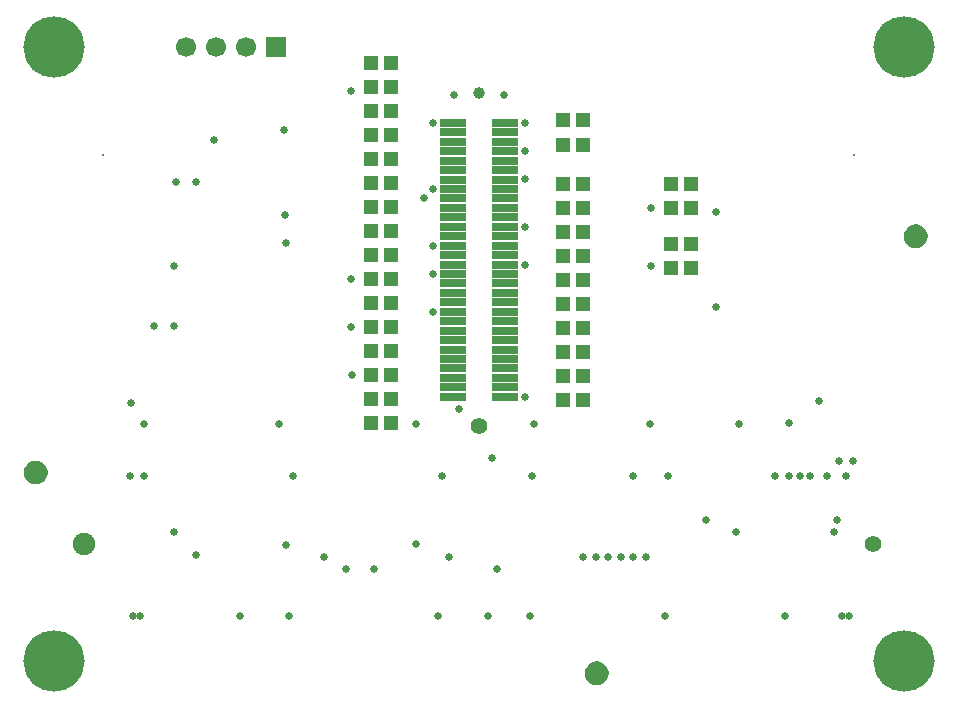
<source format=gbs>
G04*
G04 #@! TF.GenerationSoftware,Altium Limited,Altium Designer,19.0.15 (446)*
G04*
G04 Layer_Color=16711935*
%FSLAX43Y43*%
%MOMM*%
G71*
G01*
G75*
%ADD24C,1.000*%
%ADD25R,1.300X1.200*%
%ADD29C,1.900*%
%ADD30C,1.400*%
%ADD31C,5.200*%
%ADD32R,1.700X1.700*%
%ADD33C,1.700*%
%ADD34C,0.657*%
%ADD43R,2.200X0.700*%
%ADD44C,0.200*%
G36*
X2500Y19000D02*
X2599D01*
X2792Y19038D01*
X2974Y19114D01*
X3137Y19223D01*
X3277Y19363D01*
X3386Y19526D01*
X3462Y19708D01*
X3500Y19902D01*
X3500Y20000D01*
Y20000D01*
X3500Y20098D01*
X3462Y20292D01*
X3386Y20474D01*
X3277Y20637D01*
X3137Y20777D01*
X2974Y20886D01*
X2792Y20962D01*
X2599Y21000D01*
X2500Y21000D01*
X2402Y21000D01*
X2208Y20962D01*
X2026Y20886D01*
X1863Y20777D01*
X1723Y20637D01*
X1614Y20474D01*
X1538Y20292D01*
X1500Y20098D01*
X1500Y20000D01*
X1500Y19902D01*
X1538Y19708D01*
X1614Y19526D01*
X1723Y19362D01*
X1863Y19223D01*
X2026Y19114D01*
X2208Y19038D01*
X2402Y19000D01*
X2500Y19000D01*
D01*
D02*
G37*
G36*
X50000Y2000D02*
X50099D01*
X50292Y2038D01*
X50474Y2114D01*
X50637Y2223D01*
X50777Y2363D01*
X50886Y2526D01*
X50962Y2708D01*
X51000Y2901D01*
X51000Y3000D01*
Y3000D01*
X51000Y3098D01*
X50962Y3292D01*
X50886Y3474D01*
X50777Y3637D01*
X50637Y3777D01*
X50474Y3886D01*
X50292Y3962D01*
X50098Y4000D01*
X50000Y4000D01*
X49902Y4000D01*
X49708Y3962D01*
X49526Y3886D01*
X49363Y3777D01*
X49223Y3637D01*
X49114Y3474D01*
X49038Y3292D01*
X49000Y3098D01*
X49000Y3000D01*
X49000Y2901D01*
X49038Y2708D01*
X49114Y2526D01*
X49223Y2362D01*
X49363Y2223D01*
X49526Y2114D01*
X49708Y2038D01*
X49902Y2000D01*
X50000Y2000D01*
D01*
D02*
G37*
G36*
X77000Y39000D02*
X77099D01*
X77292Y39038D01*
X77474Y39114D01*
X77637Y39223D01*
X77777Y39363D01*
X77886Y39526D01*
X77962Y39708D01*
X78000Y39902D01*
X78000Y40000D01*
Y40000D01*
X78000Y40098D01*
X77962Y40292D01*
X77886Y40474D01*
X77777Y40637D01*
X77637Y40777D01*
X77474Y40886D01*
X77292Y40962D01*
X77099Y41000D01*
X77000Y41000D01*
X76902Y41000D01*
X76708Y40962D01*
X76526Y40886D01*
X76363Y40777D01*
X76223Y40637D01*
X76114Y40474D01*
X76038Y40292D01*
X76000Y40098D01*
X76000Y40000D01*
X76000Y39902D01*
X76038Y39708D01*
X76114Y39526D01*
X76223Y39362D01*
X76363Y39223D01*
X76526Y39114D01*
X76708Y39038D01*
X76902Y39000D01*
X77000Y39000D01*
D01*
D02*
G37*
D24*
X40000Y52100D02*
D03*
D25*
X30891Y34352D02*
D03*
X32591D02*
D03*
X32591Y46560D02*
D03*
X30891D02*
D03*
X32591Y44524D02*
D03*
X30891D02*
D03*
X32591Y42488D02*
D03*
X30891D02*
D03*
X32591Y40452D02*
D03*
X30891D02*
D03*
X48845Y32206D02*
D03*
X47145D02*
D03*
X48845Y26097D02*
D03*
X47145D02*
D03*
X57973Y37296D02*
D03*
X56273D02*
D03*
X57973Y39332D02*
D03*
X56273D02*
D03*
X57973Y42386D02*
D03*
X56273D02*
D03*
X57973Y44422D02*
D03*
X56273D02*
D03*
X48845Y40350D02*
D03*
X47145D02*
D03*
X48845Y42386D02*
D03*
X47145D02*
D03*
X48845Y44422D02*
D03*
X47145D02*
D03*
X48845Y34242D02*
D03*
X47145D02*
D03*
X48845Y36278D02*
D03*
X47145D02*
D03*
X48845Y38314D02*
D03*
X47145D02*
D03*
X48845Y49798D02*
D03*
X47145D02*
D03*
X48845Y47762D02*
D03*
X47145D02*
D03*
X48845Y30170D02*
D03*
X47145D02*
D03*
X48845Y28133D02*
D03*
X47145D02*
D03*
X32591Y30288D02*
D03*
X30891D02*
D03*
X32591Y28256D02*
D03*
X30891D02*
D03*
X32591Y26224D02*
D03*
X30891D02*
D03*
X32591Y24192D02*
D03*
X30891D02*
D03*
X32591Y54704D02*
D03*
X30891D02*
D03*
X32591Y52668D02*
D03*
X30891D02*
D03*
X32591Y50632D02*
D03*
X30891D02*
D03*
X32591Y48596D02*
D03*
X30891D02*
D03*
X32591Y32320D02*
D03*
X30891D02*
D03*
X32591Y38416D02*
D03*
X30891D02*
D03*
X32591Y36384D02*
D03*
X30891D02*
D03*
D29*
X6614Y13905D02*
D03*
D30*
X73414D02*
D03*
X40000Y23900D02*
D03*
D31*
X4000Y56000D02*
D03*
Y4000D02*
D03*
X76000D02*
D03*
Y56000D02*
D03*
D32*
X22812D02*
D03*
D33*
X20272D02*
D03*
X17732D02*
D03*
X15192D02*
D03*
D34*
X54564Y37453D02*
D03*
X54610Y42386D02*
D03*
X37913Y51943D02*
D03*
X42164D02*
D03*
X31164Y11805D02*
D03*
X29191Y52324D02*
D03*
X40767Y7805D02*
D03*
X66294Y24162D02*
D03*
X68834Y26035D02*
D03*
X70104Y14925D02*
D03*
X44364Y7805D02*
D03*
X23697Y13895D02*
D03*
X41529Y11835D02*
D03*
X28764Y11805D02*
D03*
X16060Y13000D02*
D03*
X34694Y13918D02*
D03*
X70358Y15955D02*
D03*
X61788Y14925D02*
D03*
X59262Y15955D02*
D03*
X16060Y44596D02*
D03*
X60071Y33977D02*
D03*
X43900Y49603D02*
D03*
Y47203D02*
D03*
Y44803D02*
D03*
Y40803D02*
D03*
Y37603D02*
D03*
X38364Y25390D02*
D03*
X34671Y24062D02*
D03*
X23114Y24062D02*
D03*
X54500D02*
D03*
X10570Y25908D02*
D03*
X70464Y21000D02*
D03*
X69500Y19685D02*
D03*
X71074D02*
D03*
X71664Y21000D02*
D03*
X54160Y12865D02*
D03*
X52035D02*
D03*
X53098D02*
D03*
X50973D02*
D03*
X48849D02*
D03*
X67183Y19685D02*
D03*
X14224Y14957D02*
D03*
X17560Y48128D02*
D03*
X26938Y12812D02*
D03*
X23495Y48993D02*
D03*
X23685Y39404D02*
D03*
X23594Y41782D02*
D03*
X29191Y36384D02*
D03*
X35400Y43200D02*
D03*
X37446Y12847D02*
D03*
X41148Y21180D02*
D03*
X29288Y28256D02*
D03*
X29191Y32320D02*
D03*
X10500Y19685D02*
D03*
X49911Y12865D02*
D03*
X53064Y19685D02*
D03*
X60071Y42008D02*
D03*
X65064Y19685D02*
D03*
X36100Y44000D02*
D03*
Y39200D02*
D03*
Y36800D02*
D03*
Y33600D02*
D03*
X44710Y24062D02*
D03*
X66264Y19685D02*
D03*
X36100Y49600D02*
D03*
X43900Y26403D02*
D03*
X68064Y19656D02*
D03*
X11664Y19685D02*
D03*
X10764Y7805D02*
D03*
X11364D02*
D03*
X19764D02*
D03*
X23964D02*
D03*
X36564D02*
D03*
X55764D02*
D03*
X65964D02*
D03*
X70764D02*
D03*
X71364D02*
D03*
X14224Y32421D02*
D03*
Y37453D02*
D03*
X12527Y32421D02*
D03*
X14363Y44596D02*
D03*
X11684Y24112D02*
D03*
X62064Y24123D02*
D03*
X44500Y19685D02*
D03*
X24257D02*
D03*
X36864D02*
D03*
X56064D02*
D03*
D43*
X42200Y49600D02*
D03*
X37800D02*
D03*
X42200Y48800D02*
D03*
X37800D02*
D03*
X42200Y48000D02*
D03*
X37800D02*
D03*
X42200Y47200D02*
D03*
X37800D02*
D03*
X42200Y46400D02*
D03*
X37800D02*
D03*
X42200Y45600D02*
D03*
X37800D02*
D03*
X42200Y44800D02*
D03*
X37800D02*
D03*
X42200Y44000D02*
D03*
X37800D02*
D03*
X42200Y43200D02*
D03*
X37800D02*
D03*
X42200Y42400D02*
D03*
X37800D02*
D03*
X42200Y41600D02*
D03*
X37800D02*
D03*
X42200Y40800D02*
D03*
X37800D02*
D03*
X42200Y40000D02*
D03*
X37800D02*
D03*
X42200Y39200D02*
D03*
X37800D02*
D03*
X42200Y38400D02*
D03*
X37800D02*
D03*
X42200Y37600D02*
D03*
X37800D02*
D03*
X42200Y36800D02*
D03*
X37800D02*
D03*
X42200Y36000D02*
D03*
X37800D02*
D03*
X42200Y35200D02*
D03*
X37800D02*
D03*
X42200Y34400D02*
D03*
X37800D02*
D03*
X42200Y33600D02*
D03*
X37800D02*
D03*
X42200Y32800D02*
D03*
X37800D02*
D03*
X42200Y32000D02*
D03*
X37800D02*
D03*
X42200Y31200D02*
D03*
X37800D02*
D03*
X42200Y30400D02*
D03*
X37800D02*
D03*
X42200Y29600D02*
D03*
X37800D02*
D03*
X42200Y28800D02*
D03*
X37800D02*
D03*
X42200Y28000D02*
D03*
X37800D02*
D03*
X42200Y27200D02*
D03*
X37800D02*
D03*
X42200Y26400D02*
D03*
X37800D02*
D03*
D44*
X8173Y46905D02*
D03*
X71813D02*
D03*
M02*

</source>
